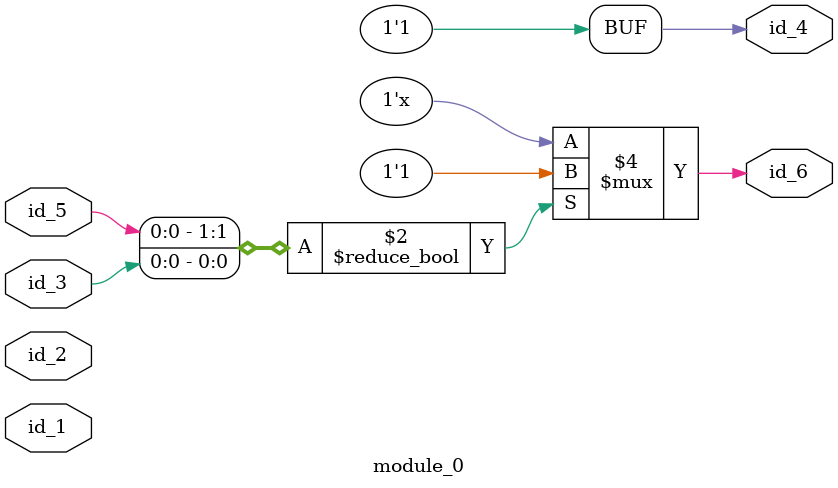
<source format=v>
module module_0 (
    id_1,
    id_2,
    id_3,
    id_4,
    id_5,
    id_6
);
  output id_6;
  input id_5;
  output id_4;
  inout id_3;
  inout id_2;
  inout id_1;
  always @(id_2) begin
    if ({id_5, id_3}) id_6 = (1);
    id_4 = 1;
  end
endmodule

</source>
